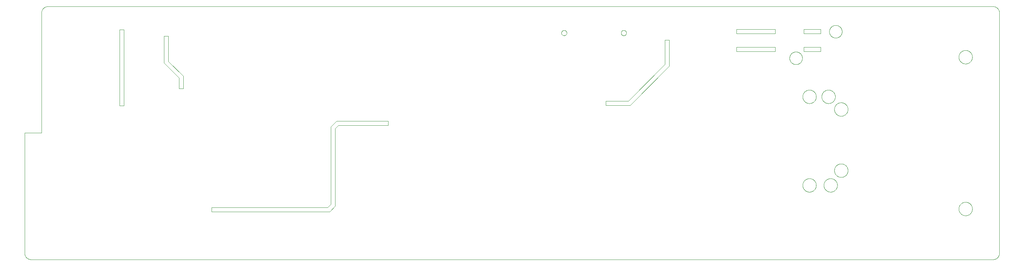
<source format=gko>
G75*
%MOIN*%
%OFA0B0*%
%FSLAX25Y25*%
%IPPOS*%
%LPD*%
%AMOC8*
5,1,8,0,0,1.08239X$1,22.5*
%
%ADD10C,0.00394*%
%ADD11C,0.00000*%
%ADD12C,0.00400*%
D10*
X0103975Y0058146D02*
X0999644Y0058146D01*
X0999644Y0058145D02*
X0999796Y0058147D01*
X0999948Y0058153D01*
X1000100Y0058163D01*
X1000251Y0058176D01*
X1000402Y0058194D01*
X1000553Y0058215D01*
X1000703Y0058241D01*
X1000852Y0058270D01*
X1001001Y0058303D01*
X1001148Y0058340D01*
X1001295Y0058380D01*
X1001440Y0058425D01*
X1001584Y0058473D01*
X1001727Y0058525D01*
X1001869Y0058580D01*
X1002009Y0058639D01*
X1002148Y0058702D01*
X1002285Y0058768D01*
X1002420Y0058838D01*
X1002553Y0058911D01*
X1002684Y0058988D01*
X1002814Y0059068D01*
X1002941Y0059151D01*
X1003066Y0059237D01*
X1003189Y0059327D01*
X1003309Y0059420D01*
X1003427Y0059516D01*
X1003543Y0059615D01*
X1003656Y0059717D01*
X1003766Y0059821D01*
X1003874Y0059929D01*
X1003978Y0060039D01*
X1004080Y0060152D01*
X1004179Y0060268D01*
X1004275Y0060386D01*
X1004368Y0060506D01*
X1004458Y0060629D01*
X1004544Y0060754D01*
X1004627Y0060881D01*
X1004707Y0061011D01*
X1004784Y0061142D01*
X1004857Y0061275D01*
X1004927Y0061410D01*
X1004993Y0061547D01*
X1005056Y0061686D01*
X1005115Y0061826D01*
X1005170Y0061968D01*
X1005222Y0062111D01*
X1005270Y0062255D01*
X1005315Y0062400D01*
X1005355Y0062547D01*
X1005392Y0062694D01*
X1005425Y0062843D01*
X1005454Y0062992D01*
X1005480Y0063142D01*
X1005501Y0063293D01*
X1005519Y0063444D01*
X1005532Y0063595D01*
X1005542Y0063747D01*
X1005548Y0063899D01*
X1005550Y0064051D01*
X1005550Y0288461D01*
X1005548Y0288613D01*
X1005542Y0288765D01*
X1005532Y0288917D01*
X1005519Y0289068D01*
X1005501Y0289219D01*
X1005480Y0289370D01*
X1005454Y0289520D01*
X1005425Y0289669D01*
X1005392Y0289818D01*
X1005355Y0289965D01*
X1005315Y0290112D01*
X1005270Y0290257D01*
X1005222Y0290401D01*
X1005170Y0290544D01*
X1005115Y0290686D01*
X1005056Y0290826D01*
X1004993Y0290965D01*
X1004927Y0291102D01*
X1004857Y0291237D01*
X1004784Y0291370D01*
X1004707Y0291501D01*
X1004627Y0291631D01*
X1004544Y0291758D01*
X1004458Y0291883D01*
X1004368Y0292006D01*
X1004275Y0292126D01*
X1004179Y0292244D01*
X1004080Y0292360D01*
X1003978Y0292473D01*
X1003874Y0292583D01*
X1003766Y0292691D01*
X1003656Y0292795D01*
X1003543Y0292897D01*
X1003427Y0292996D01*
X1003309Y0293092D01*
X1003189Y0293185D01*
X1003066Y0293275D01*
X1002941Y0293361D01*
X1002814Y0293444D01*
X1002684Y0293524D01*
X1002553Y0293601D01*
X1002420Y0293674D01*
X1002285Y0293744D01*
X1002148Y0293810D01*
X1002009Y0293873D01*
X1001869Y0293932D01*
X1001727Y0293987D01*
X1001584Y0294039D01*
X1001440Y0294087D01*
X1001295Y0294132D01*
X1001148Y0294172D01*
X1001001Y0294209D01*
X1000852Y0294242D01*
X1000703Y0294271D01*
X1000553Y0294297D01*
X1000402Y0294318D01*
X1000251Y0294336D01*
X1000100Y0294349D01*
X0999948Y0294359D01*
X0999796Y0294365D01*
X0999644Y0294367D01*
X0999644Y0294366D02*
X0698463Y0294366D01*
X0694526Y0294366D02*
X0119723Y0294366D01*
X0119723Y0294367D02*
X0119571Y0294365D01*
X0119419Y0294359D01*
X0119267Y0294349D01*
X0119116Y0294336D01*
X0118965Y0294318D01*
X0118814Y0294297D01*
X0118664Y0294271D01*
X0118515Y0294242D01*
X0118366Y0294209D01*
X0118219Y0294172D01*
X0118072Y0294132D01*
X0117927Y0294087D01*
X0117783Y0294039D01*
X0117640Y0293987D01*
X0117498Y0293932D01*
X0117358Y0293873D01*
X0117219Y0293810D01*
X0117082Y0293744D01*
X0116947Y0293674D01*
X0116814Y0293601D01*
X0116683Y0293524D01*
X0116553Y0293444D01*
X0116426Y0293361D01*
X0116301Y0293275D01*
X0116178Y0293185D01*
X0116058Y0293092D01*
X0115940Y0292996D01*
X0115824Y0292897D01*
X0115711Y0292795D01*
X0115601Y0292691D01*
X0115493Y0292583D01*
X0115389Y0292473D01*
X0115287Y0292360D01*
X0115188Y0292244D01*
X0115092Y0292126D01*
X0114999Y0292006D01*
X0114909Y0291883D01*
X0114823Y0291758D01*
X0114740Y0291631D01*
X0114660Y0291501D01*
X0114583Y0291370D01*
X0114510Y0291237D01*
X0114440Y0291102D01*
X0114374Y0290965D01*
X0114311Y0290826D01*
X0114252Y0290686D01*
X0114197Y0290544D01*
X0114145Y0290401D01*
X0114097Y0290257D01*
X0114052Y0290112D01*
X0114012Y0289965D01*
X0113975Y0289818D01*
X0113942Y0289669D01*
X0113913Y0289520D01*
X0113887Y0289370D01*
X0113866Y0289219D01*
X0113848Y0289068D01*
X0113835Y0288917D01*
X0113825Y0288765D01*
X0113819Y0288613D01*
X0113817Y0288461D01*
X0113818Y0288461D02*
X0113818Y0176256D01*
X0098070Y0176256D01*
X0098070Y0064051D01*
X0098069Y0064051D02*
X0098071Y0063899D01*
X0098077Y0063747D01*
X0098087Y0063595D01*
X0098100Y0063444D01*
X0098118Y0063293D01*
X0098139Y0063142D01*
X0098165Y0062992D01*
X0098194Y0062843D01*
X0098227Y0062694D01*
X0098264Y0062547D01*
X0098304Y0062400D01*
X0098349Y0062255D01*
X0098397Y0062111D01*
X0098449Y0061968D01*
X0098504Y0061826D01*
X0098563Y0061686D01*
X0098626Y0061547D01*
X0098692Y0061410D01*
X0098762Y0061275D01*
X0098835Y0061142D01*
X0098912Y0061011D01*
X0098992Y0060881D01*
X0099075Y0060754D01*
X0099161Y0060629D01*
X0099251Y0060506D01*
X0099344Y0060386D01*
X0099440Y0060268D01*
X0099539Y0060152D01*
X0099641Y0060039D01*
X0099745Y0059929D01*
X0099853Y0059821D01*
X0099963Y0059717D01*
X0100076Y0059615D01*
X0100192Y0059516D01*
X0100310Y0059420D01*
X0100430Y0059327D01*
X0100553Y0059237D01*
X0100678Y0059151D01*
X0100805Y0059068D01*
X0100935Y0058988D01*
X0101066Y0058911D01*
X0101199Y0058838D01*
X0101334Y0058768D01*
X0101471Y0058702D01*
X0101610Y0058639D01*
X0101750Y0058580D01*
X0101892Y0058525D01*
X0102035Y0058473D01*
X0102179Y0058425D01*
X0102324Y0058380D01*
X0102471Y0058340D01*
X0102618Y0058303D01*
X0102767Y0058270D01*
X0102916Y0058241D01*
X0103066Y0058215D01*
X0103217Y0058194D01*
X0103368Y0058176D01*
X0103519Y0058163D01*
X0103671Y0058153D01*
X0103823Y0058147D01*
X0103975Y0058145D01*
X0186652Y0201846D02*
X0190589Y0201846D01*
X0190589Y0272713D01*
X0186652Y0272713D01*
X0186652Y0201846D01*
X0760709Y0252409D02*
X0760709Y0256346D01*
X0796930Y0256346D01*
X0796930Y0252409D01*
X0760709Y0252409D01*
X0760709Y0268945D02*
X0760709Y0272882D01*
X0796930Y0272882D01*
X0796930Y0268945D01*
X0760709Y0268945D01*
X0823446Y0268945D02*
X0823446Y0272882D01*
X0839194Y0272882D01*
X0839194Y0268945D01*
X0823446Y0268945D01*
X0823446Y0256346D02*
X0823446Y0252409D01*
X0839194Y0252409D01*
X0839194Y0256346D01*
X0823446Y0256346D01*
D11*
X0810256Y0246110D02*
X0810258Y0246263D01*
X0810264Y0246417D01*
X0810274Y0246570D01*
X0810288Y0246722D01*
X0810306Y0246875D01*
X0810328Y0247026D01*
X0810353Y0247177D01*
X0810383Y0247328D01*
X0810417Y0247478D01*
X0810454Y0247626D01*
X0810495Y0247774D01*
X0810540Y0247920D01*
X0810589Y0248066D01*
X0810642Y0248210D01*
X0810698Y0248352D01*
X0810758Y0248493D01*
X0810822Y0248633D01*
X0810889Y0248771D01*
X0810960Y0248907D01*
X0811035Y0249041D01*
X0811112Y0249173D01*
X0811194Y0249303D01*
X0811278Y0249431D01*
X0811366Y0249557D01*
X0811457Y0249680D01*
X0811551Y0249801D01*
X0811649Y0249919D01*
X0811749Y0250035D01*
X0811853Y0250148D01*
X0811959Y0250259D01*
X0812068Y0250367D01*
X0812180Y0250472D01*
X0812294Y0250573D01*
X0812412Y0250672D01*
X0812531Y0250768D01*
X0812653Y0250861D01*
X0812778Y0250950D01*
X0812905Y0251037D01*
X0813034Y0251119D01*
X0813165Y0251199D01*
X0813298Y0251275D01*
X0813433Y0251348D01*
X0813570Y0251417D01*
X0813709Y0251482D01*
X0813849Y0251544D01*
X0813991Y0251602D01*
X0814134Y0251657D01*
X0814279Y0251708D01*
X0814425Y0251755D01*
X0814572Y0251798D01*
X0814720Y0251837D01*
X0814869Y0251873D01*
X0815019Y0251904D01*
X0815170Y0251932D01*
X0815321Y0251956D01*
X0815474Y0251976D01*
X0815626Y0251992D01*
X0815779Y0252004D01*
X0815932Y0252012D01*
X0816085Y0252016D01*
X0816239Y0252016D01*
X0816392Y0252012D01*
X0816545Y0252004D01*
X0816698Y0251992D01*
X0816850Y0251976D01*
X0817003Y0251956D01*
X0817154Y0251932D01*
X0817305Y0251904D01*
X0817455Y0251873D01*
X0817604Y0251837D01*
X0817752Y0251798D01*
X0817899Y0251755D01*
X0818045Y0251708D01*
X0818190Y0251657D01*
X0818333Y0251602D01*
X0818475Y0251544D01*
X0818615Y0251482D01*
X0818754Y0251417D01*
X0818891Y0251348D01*
X0819026Y0251275D01*
X0819159Y0251199D01*
X0819290Y0251119D01*
X0819419Y0251037D01*
X0819546Y0250950D01*
X0819671Y0250861D01*
X0819793Y0250768D01*
X0819912Y0250672D01*
X0820030Y0250573D01*
X0820144Y0250472D01*
X0820256Y0250367D01*
X0820365Y0250259D01*
X0820471Y0250148D01*
X0820575Y0250035D01*
X0820675Y0249919D01*
X0820773Y0249801D01*
X0820867Y0249680D01*
X0820958Y0249557D01*
X0821046Y0249431D01*
X0821130Y0249303D01*
X0821212Y0249173D01*
X0821289Y0249041D01*
X0821364Y0248907D01*
X0821435Y0248771D01*
X0821502Y0248633D01*
X0821566Y0248493D01*
X0821626Y0248352D01*
X0821682Y0248210D01*
X0821735Y0248066D01*
X0821784Y0247920D01*
X0821829Y0247774D01*
X0821870Y0247626D01*
X0821907Y0247478D01*
X0821941Y0247328D01*
X0821971Y0247177D01*
X0821996Y0247026D01*
X0822018Y0246875D01*
X0822036Y0246722D01*
X0822050Y0246570D01*
X0822060Y0246417D01*
X0822066Y0246263D01*
X0822068Y0246110D01*
X0822066Y0245957D01*
X0822060Y0245803D01*
X0822050Y0245650D01*
X0822036Y0245498D01*
X0822018Y0245345D01*
X0821996Y0245194D01*
X0821971Y0245043D01*
X0821941Y0244892D01*
X0821907Y0244742D01*
X0821870Y0244594D01*
X0821829Y0244446D01*
X0821784Y0244300D01*
X0821735Y0244154D01*
X0821682Y0244010D01*
X0821626Y0243868D01*
X0821566Y0243727D01*
X0821502Y0243587D01*
X0821435Y0243449D01*
X0821364Y0243313D01*
X0821289Y0243179D01*
X0821212Y0243047D01*
X0821130Y0242917D01*
X0821046Y0242789D01*
X0820958Y0242663D01*
X0820867Y0242540D01*
X0820773Y0242419D01*
X0820675Y0242301D01*
X0820575Y0242185D01*
X0820471Y0242072D01*
X0820365Y0241961D01*
X0820256Y0241853D01*
X0820144Y0241748D01*
X0820030Y0241647D01*
X0819912Y0241548D01*
X0819793Y0241452D01*
X0819671Y0241359D01*
X0819546Y0241270D01*
X0819419Y0241183D01*
X0819290Y0241101D01*
X0819159Y0241021D01*
X0819026Y0240945D01*
X0818891Y0240872D01*
X0818754Y0240803D01*
X0818615Y0240738D01*
X0818475Y0240676D01*
X0818333Y0240618D01*
X0818190Y0240563D01*
X0818045Y0240512D01*
X0817899Y0240465D01*
X0817752Y0240422D01*
X0817604Y0240383D01*
X0817455Y0240347D01*
X0817305Y0240316D01*
X0817154Y0240288D01*
X0817003Y0240264D01*
X0816850Y0240244D01*
X0816698Y0240228D01*
X0816545Y0240216D01*
X0816392Y0240208D01*
X0816239Y0240204D01*
X0816085Y0240204D01*
X0815932Y0240208D01*
X0815779Y0240216D01*
X0815626Y0240228D01*
X0815474Y0240244D01*
X0815321Y0240264D01*
X0815170Y0240288D01*
X0815019Y0240316D01*
X0814869Y0240347D01*
X0814720Y0240383D01*
X0814572Y0240422D01*
X0814425Y0240465D01*
X0814279Y0240512D01*
X0814134Y0240563D01*
X0813991Y0240618D01*
X0813849Y0240676D01*
X0813709Y0240738D01*
X0813570Y0240803D01*
X0813433Y0240872D01*
X0813298Y0240945D01*
X0813165Y0241021D01*
X0813034Y0241101D01*
X0812905Y0241183D01*
X0812778Y0241270D01*
X0812653Y0241359D01*
X0812531Y0241452D01*
X0812412Y0241548D01*
X0812294Y0241647D01*
X0812180Y0241748D01*
X0812068Y0241853D01*
X0811959Y0241961D01*
X0811853Y0242072D01*
X0811749Y0242185D01*
X0811649Y0242301D01*
X0811551Y0242419D01*
X0811457Y0242540D01*
X0811366Y0242663D01*
X0811278Y0242789D01*
X0811194Y0242917D01*
X0811112Y0243047D01*
X0811035Y0243179D01*
X0810960Y0243313D01*
X0810889Y0243449D01*
X0810822Y0243587D01*
X0810758Y0243727D01*
X0810698Y0243868D01*
X0810642Y0244010D01*
X0810589Y0244154D01*
X0810540Y0244300D01*
X0810495Y0244446D01*
X0810454Y0244594D01*
X0810417Y0244742D01*
X0810383Y0244892D01*
X0810353Y0245043D01*
X0810328Y0245194D01*
X0810306Y0245345D01*
X0810288Y0245498D01*
X0810274Y0245650D01*
X0810264Y0245803D01*
X0810258Y0245957D01*
X0810256Y0246110D01*
X0847264Y0270913D02*
X0847266Y0271066D01*
X0847272Y0271220D01*
X0847282Y0271373D01*
X0847296Y0271525D01*
X0847314Y0271678D01*
X0847336Y0271829D01*
X0847361Y0271980D01*
X0847391Y0272131D01*
X0847425Y0272281D01*
X0847462Y0272429D01*
X0847503Y0272577D01*
X0847548Y0272723D01*
X0847597Y0272869D01*
X0847650Y0273013D01*
X0847706Y0273155D01*
X0847766Y0273296D01*
X0847830Y0273436D01*
X0847897Y0273574D01*
X0847968Y0273710D01*
X0848043Y0273844D01*
X0848120Y0273976D01*
X0848202Y0274106D01*
X0848286Y0274234D01*
X0848374Y0274360D01*
X0848465Y0274483D01*
X0848559Y0274604D01*
X0848657Y0274722D01*
X0848757Y0274838D01*
X0848861Y0274951D01*
X0848967Y0275062D01*
X0849076Y0275170D01*
X0849188Y0275275D01*
X0849302Y0275376D01*
X0849420Y0275475D01*
X0849539Y0275571D01*
X0849661Y0275664D01*
X0849786Y0275753D01*
X0849913Y0275840D01*
X0850042Y0275922D01*
X0850173Y0276002D01*
X0850306Y0276078D01*
X0850441Y0276151D01*
X0850578Y0276220D01*
X0850717Y0276285D01*
X0850857Y0276347D01*
X0850999Y0276405D01*
X0851142Y0276460D01*
X0851287Y0276511D01*
X0851433Y0276558D01*
X0851580Y0276601D01*
X0851728Y0276640D01*
X0851877Y0276676D01*
X0852027Y0276707D01*
X0852178Y0276735D01*
X0852329Y0276759D01*
X0852482Y0276779D01*
X0852634Y0276795D01*
X0852787Y0276807D01*
X0852940Y0276815D01*
X0853093Y0276819D01*
X0853247Y0276819D01*
X0853400Y0276815D01*
X0853553Y0276807D01*
X0853706Y0276795D01*
X0853858Y0276779D01*
X0854011Y0276759D01*
X0854162Y0276735D01*
X0854313Y0276707D01*
X0854463Y0276676D01*
X0854612Y0276640D01*
X0854760Y0276601D01*
X0854907Y0276558D01*
X0855053Y0276511D01*
X0855198Y0276460D01*
X0855341Y0276405D01*
X0855483Y0276347D01*
X0855623Y0276285D01*
X0855762Y0276220D01*
X0855899Y0276151D01*
X0856034Y0276078D01*
X0856167Y0276002D01*
X0856298Y0275922D01*
X0856427Y0275840D01*
X0856554Y0275753D01*
X0856679Y0275664D01*
X0856801Y0275571D01*
X0856920Y0275475D01*
X0857038Y0275376D01*
X0857152Y0275275D01*
X0857264Y0275170D01*
X0857373Y0275062D01*
X0857479Y0274951D01*
X0857583Y0274838D01*
X0857683Y0274722D01*
X0857781Y0274604D01*
X0857875Y0274483D01*
X0857966Y0274360D01*
X0858054Y0274234D01*
X0858138Y0274106D01*
X0858220Y0273976D01*
X0858297Y0273844D01*
X0858372Y0273710D01*
X0858443Y0273574D01*
X0858510Y0273436D01*
X0858574Y0273296D01*
X0858634Y0273155D01*
X0858690Y0273013D01*
X0858743Y0272869D01*
X0858792Y0272723D01*
X0858837Y0272577D01*
X0858878Y0272429D01*
X0858915Y0272281D01*
X0858949Y0272131D01*
X0858979Y0271980D01*
X0859004Y0271829D01*
X0859026Y0271678D01*
X0859044Y0271525D01*
X0859058Y0271373D01*
X0859068Y0271220D01*
X0859074Y0271066D01*
X0859076Y0270913D01*
X0859074Y0270760D01*
X0859068Y0270606D01*
X0859058Y0270453D01*
X0859044Y0270301D01*
X0859026Y0270148D01*
X0859004Y0269997D01*
X0858979Y0269846D01*
X0858949Y0269695D01*
X0858915Y0269545D01*
X0858878Y0269397D01*
X0858837Y0269249D01*
X0858792Y0269103D01*
X0858743Y0268957D01*
X0858690Y0268813D01*
X0858634Y0268671D01*
X0858574Y0268530D01*
X0858510Y0268390D01*
X0858443Y0268252D01*
X0858372Y0268116D01*
X0858297Y0267982D01*
X0858220Y0267850D01*
X0858138Y0267720D01*
X0858054Y0267592D01*
X0857966Y0267466D01*
X0857875Y0267343D01*
X0857781Y0267222D01*
X0857683Y0267104D01*
X0857583Y0266988D01*
X0857479Y0266875D01*
X0857373Y0266764D01*
X0857264Y0266656D01*
X0857152Y0266551D01*
X0857038Y0266450D01*
X0856920Y0266351D01*
X0856801Y0266255D01*
X0856679Y0266162D01*
X0856554Y0266073D01*
X0856427Y0265986D01*
X0856298Y0265904D01*
X0856167Y0265824D01*
X0856034Y0265748D01*
X0855899Y0265675D01*
X0855762Y0265606D01*
X0855623Y0265541D01*
X0855483Y0265479D01*
X0855341Y0265421D01*
X0855198Y0265366D01*
X0855053Y0265315D01*
X0854907Y0265268D01*
X0854760Y0265225D01*
X0854612Y0265186D01*
X0854463Y0265150D01*
X0854313Y0265119D01*
X0854162Y0265091D01*
X0854011Y0265067D01*
X0853858Y0265047D01*
X0853706Y0265031D01*
X0853553Y0265019D01*
X0853400Y0265011D01*
X0853247Y0265007D01*
X0853093Y0265007D01*
X0852940Y0265011D01*
X0852787Y0265019D01*
X0852634Y0265031D01*
X0852482Y0265047D01*
X0852329Y0265067D01*
X0852178Y0265091D01*
X0852027Y0265119D01*
X0851877Y0265150D01*
X0851728Y0265186D01*
X0851580Y0265225D01*
X0851433Y0265268D01*
X0851287Y0265315D01*
X0851142Y0265366D01*
X0850999Y0265421D01*
X0850857Y0265479D01*
X0850717Y0265541D01*
X0850578Y0265606D01*
X0850441Y0265675D01*
X0850306Y0265748D01*
X0850173Y0265824D01*
X0850042Y0265904D01*
X0849913Y0265986D01*
X0849786Y0266073D01*
X0849661Y0266162D01*
X0849539Y0266255D01*
X0849420Y0266351D01*
X0849302Y0266450D01*
X0849188Y0266551D01*
X0849076Y0266656D01*
X0848967Y0266764D01*
X0848861Y0266875D01*
X0848757Y0266988D01*
X0848657Y0267104D01*
X0848559Y0267222D01*
X0848465Y0267343D01*
X0848374Y0267466D01*
X0848286Y0267592D01*
X0848202Y0267720D01*
X0848120Y0267850D01*
X0848043Y0267982D01*
X0847968Y0268116D01*
X0847897Y0268252D01*
X0847830Y0268390D01*
X0847766Y0268530D01*
X0847706Y0268671D01*
X0847650Y0268813D01*
X0847597Y0268957D01*
X0847548Y0269103D01*
X0847503Y0269249D01*
X0847462Y0269397D01*
X0847425Y0269545D01*
X0847391Y0269695D01*
X0847361Y0269846D01*
X0847336Y0269997D01*
X0847314Y0270148D01*
X0847296Y0270301D01*
X0847282Y0270453D01*
X0847272Y0270606D01*
X0847266Y0270760D01*
X0847264Y0270913D01*
X0967755Y0247122D02*
X0967757Y0247280D01*
X0967763Y0247438D01*
X0967773Y0247596D01*
X0967787Y0247754D01*
X0967805Y0247911D01*
X0967826Y0248068D01*
X0967852Y0248224D01*
X0967882Y0248380D01*
X0967915Y0248535D01*
X0967953Y0248688D01*
X0967994Y0248841D01*
X0968039Y0248993D01*
X0968088Y0249144D01*
X0968141Y0249293D01*
X0968197Y0249441D01*
X0968257Y0249587D01*
X0968321Y0249732D01*
X0968389Y0249875D01*
X0968460Y0250017D01*
X0968534Y0250157D01*
X0968612Y0250294D01*
X0968694Y0250430D01*
X0968778Y0250564D01*
X0968867Y0250695D01*
X0968958Y0250824D01*
X0969053Y0250951D01*
X0969150Y0251076D01*
X0969251Y0251198D01*
X0969355Y0251317D01*
X0969462Y0251434D01*
X0969572Y0251548D01*
X0969685Y0251659D01*
X0969800Y0251768D01*
X0969918Y0251873D01*
X0970039Y0251975D01*
X0970162Y0252075D01*
X0970288Y0252171D01*
X0970416Y0252264D01*
X0970546Y0252354D01*
X0970679Y0252440D01*
X0970814Y0252524D01*
X0970950Y0252603D01*
X0971089Y0252680D01*
X0971230Y0252752D01*
X0971372Y0252822D01*
X0971516Y0252887D01*
X0971662Y0252949D01*
X0971809Y0253007D01*
X0971958Y0253062D01*
X0972108Y0253113D01*
X0972259Y0253160D01*
X0972411Y0253203D01*
X0972564Y0253242D01*
X0972719Y0253278D01*
X0972874Y0253309D01*
X0973030Y0253337D01*
X0973186Y0253361D01*
X0973343Y0253381D01*
X0973501Y0253397D01*
X0973658Y0253409D01*
X0973817Y0253417D01*
X0973975Y0253421D01*
X0974133Y0253421D01*
X0974291Y0253417D01*
X0974450Y0253409D01*
X0974607Y0253397D01*
X0974765Y0253381D01*
X0974922Y0253361D01*
X0975078Y0253337D01*
X0975234Y0253309D01*
X0975389Y0253278D01*
X0975544Y0253242D01*
X0975697Y0253203D01*
X0975849Y0253160D01*
X0976000Y0253113D01*
X0976150Y0253062D01*
X0976299Y0253007D01*
X0976446Y0252949D01*
X0976592Y0252887D01*
X0976736Y0252822D01*
X0976878Y0252752D01*
X0977019Y0252680D01*
X0977158Y0252603D01*
X0977294Y0252524D01*
X0977429Y0252440D01*
X0977562Y0252354D01*
X0977692Y0252264D01*
X0977820Y0252171D01*
X0977946Y0252075D01*
X0978069Y0251975D01*
X0978190Y0251873D01*
X0978308Y0251768D01*
X0978423Y0251659D01*
X0978536Y0251548D01*
X0978646Y0251434D01*
X0978753Y0251317D01*
X0978857Y0251198D01*
X0978958Y0251076D01*
X0979055Y0250951D01*
X0979150Y0250824D01*
X0979241Y0250695D01*
X0979330Y0250564D01*
X0979414Y0250430D01*
X0979496Y0250294D01*
X0979574Y0250157D01*
X0979648Y0250017D01*
X0979719Y0249875D01*
X0979787Y0249732D01*
X0979851Y0249587D01*
X0979911Y0249441D01*
X0979967Y0249293D01*
X0980020Y0249144D01*
X0980069Y0248993D01*
X0980114Y0248841D01*
X0980155Y0248688D01*
X0980193Y0248535D01*
X0980226Y0248380D01*
X0980256Y0248224D01*
X0980282Y0248068D01*
X0980303Y0247911D01*
X0980321Y0247754D01*
X0980335Y0247596D01*
X0980345Y0247438D01*
X0980351Y0247280D01*
X0980353Y0247122D01*
X0980351Y0246964D01*
X0980345Y0246806D01*
X0980335Y0246648D01*
X0980321Y0246490D01*
X0980303Y0246333D01*
X0980282Y0246176D01*
X0980256Y0246020D01*
X0980226Y0245864D01*
X0980193Y0245709D01*
X0980155Y0245556D01*
X0980114Y0245403D01*
X0980069Y0245251D01*
X0980020Y0245100D01*
X0979967Y0244951D01*
X0979911Y0244803D01*
X0979851Y0244657D01*
X0979787Y0244512D01*
X0979719Y0244369D01*
X0979648Y0244227D01*
X0979574Y0244087D01*
X0979496Y0243950D01*
X0979414Y0243814D01*
X0979330Y0243680D01*
X0979241Y0243549D01*
X0979150Y0243420D01*
X0979055Y0243293D01*
X0978958Y0243168D01*
X0978857Y0243046D01*
X0978753Y0242927D01*
X0978646Y0242810D01*
X0978536Y0242696D01*
X0978423Y0242585D01*
X0978308Y0242476D01*
X0978190Y0242371D01*
X0978069Y0242269D01*
X0977946Y0242169D01*
X0977820Y0242073D01*
X0977692Y0241980D01*
X0977562Y0241890D01*
X0977429Y0241804D01*
X0977294Y0241720D01*
X0977158Y0241641D01*
X0977019Y0241564D01*
X0976878Y0241492D01*
X0976736Y0241422D01*
X0976592Y0241357D01*
X0976446Y0241295D01*
X0976299Y0241237D01*
X0976150Y0241182D01*
X0976000Y0241131D01*
X0975849Y0241084D01*
X0975697Y0241041D01*
X0975544Y0241002D01*
X0975389Y0240966D01*
X0975234Y0240935D01*
X0975078Y0240907D01*
X0974922Y0240883D01*
X0974765Y0240863D01*
X0974607Y0240847D01*
X0974450Y0240835D01*
X0974291Y0240827D01*
X0974133Y0240823D01*
X0973975Y0240823D01*
X0973817Y0240827D01*
X0973658Y0240835D01*
X0973501Y0240847D01*
X0973343Y0240863D01*
X0973186Y0240883D01*
X0973030Y0240907D01*
X0972874Y0240935D01*
X0972719Y0240966D01*
X0972564Y0241002D01*
X0972411Y0241041D01*
X0972259Y0241084D01*
X0972108Y0241131D01*
X0971958Y0241182D01*
X0971809Y0241237D01*
X0971662Y0241295D01*
X0971516Y0241357D01*
X0971372Y0241422D01*
X0971230Y0241492D01*
X0971089Y0241564D01*
X0970950Y0241641D01*
X0970814Y0241720D01*
X0970679Y0241804D01*
X0970546Y0241890D01*
X0970416Y0241980D01*
X0970288Y0242073D01*
X0970162Y0242169D01*
X0970039Y0242269D01*
X0969918Y0242371D01*
X0969800Y0242476D01*
X0969685Y0242585D01*
X0969572Y0242696D01*
X0969462Y0242810D01*
X0969355Y0242927D01*
X0969251Y0243046D01*
X0969150Y0243168D01*
X0969053Y0243293D01*
X0968958Y0243420D01*
X0968867Y0243549D01*
X0968778Y0243680D01*
X0968694Y0243814D01*
X0968612Y0243950D01*
X0968534Y0244087D01*
X0968460Y0244227D01*
X0968389Y0244369D01*
X0968321Y0244512D01*
X0968257Y0244657D01*
X0968197Y0244803D01*
X0968141Y0244951D01*
X0968088Y0245100D01*
X0968039Y0245251D01*
X0967994Y0245403D01*
X0967953Y0245556D01*
X0967915Y0245709D01*
X0967882Y0245864D01*
X0967852Y0246020D01*
X0967826Y0246176D01*
X0967805Y0246333D01*
X0967787Y0246490D01*
X0967773Y0246648D01*
X0967763Y0246806D01*
X0967757Y0246964D01*
X0967755Y0247122D01*
X0840125Y0210126D02*
X0840127Y0210284D01*
X0840133Y0210442D01*
X0840143Y0210600D01*
X0840157Y0210758D01*
X0840175Y0210915D01*
X0840196Y0211072D01*
X0840222Y0211228D01*
X0840252Y0211384D01*
X0840285Y0211539D01*
X0840323Y0211692D01*
X0840364Y0211845D01*
X0840409Y0211997D01*
X0840458Y0212148D01*
X0840511Y0212297D01*
X0840567Y0212445D01*
X0840627Y0212591D01*
X0840691Y0212736D01*
X0840759Y0212879D01*
X0840830Y0213021D01*
X0840904Y0213161D01*
X0840982Y0213298D01*
X0841064Y0213434D01*
X0841148Y0213568D01*
X0841237Y0213699D01*
X0841328Y0213828D01*
X0841423Y0213955D01*
X0841520Y0214080D01*
X0841621Y0214202D01*
X0841725Y0214321D01*
X0841832Y0214438D01*
X0841942Y0214552D01*
X0842055Y0214663D01*
X0842170Y0214772D01*
X0842288Y0214877D01*
X0842409Y0214979D01*
X0842532Y0215079D01*
X0842658Y0215175D01*
X0842786Y0215268D01*
X0842916Y0215358D01*
X0843049Y0215444D01*
X0843184Y0215528D01*
X0843320Y0215607D01*
X0843459Y0215684D01*
X0843600Y0215756D01*
X0843742Y0215826D01*
X0843886Y0215891D01*
X0844032Y0215953D01*
X0844179Y0216011D01*
X0844328Y0216066D01*
X0844478Y0216117D01*
X0844629Y0216164D01*
X0844781Y0216207D01*
X0844934Y0216246D01*
X0845089Y0216282D01*
X0845244Y0216313D01*
X0845400Y0216341D01*
X0845556Y0216365D01*
X0845713Y0216385D01*
X0845871Y0216401D01*
X0846028Y0216413D01*
X0846187Y0216421D01*
X0846345Y0216425D01*
X0846503Y0216425D01*
X0846661Y0216421D01*
X0846820Y0216413D01*
X0846977Y0216401D01*
X0847135Y0216385D01*
X0847292Y0216365D01*
X0847448Y0216341D01*
X0847604Y0216313D01*
X0847759Y0216282D01*
X0847914Y0216246D01*
X0848067Y0216207D01*
X0848219Y0216164D01*
X0848370Y0216117D01*
X0848520Y0216066D01*
X0848669Y0216011D01*
X0848816Y0215953D01*
X0848962Y0215891D01*
X0849106Y0215826D01*
X0849248Y0215756D01*
X0849389Y0215684D01*
X0849528Y0215607D01*
X0849664Y0215528D01*
X0849799Y0215444D01*
X0849932Y0215358D01*
X0850062Y0215268D01*
X0850190Y0215175D01*
X0850316Y0215079D01*
X0850439Y0214979D01*
X0850560Y0214877D01*
X0850678Y0214772D01*
X0850793Y0214663D01*
X0850906Y0214552D01*
X0851016Y0214438D01*
X0851123Y0214321D01*
X0851227Y0214202D01*
X0851328Y0214080D01*
X0851425Y0213955D01*
X0851520Y0213828D01*
X0851611Y0213699D01*
X0851700Y0213568D01*
X0851784Y0213434D01*
X0851866Y0213298D01*
X0851944Y0213161D01*
X0852018Y0213021D01*
X0852089Y0212879D01*
X0852157Y0212736D01*
X0852221Y0212591D01*
X0852281Y0212445D01*
X0852337Y0212297D01*
X0852390Y0212148D01*
X0852439Y0211997D01*
X0852484Y0211845D01*
X0852525Y0211692D01*
X0852563Y0211539D01*
X0852596Y0211384D01*
X0852626Y0211228D01*
X0852652Y0211072D01*
X0852673Y0210915D01*
X0852691Y0210758D01*
X0852705Y0210600D01*
X0852715Y0210442D01*
X0852721Y0210284D01*
X0852723Y0210126D01*
X0852721Y0209968D01*
X0852715Y0209810D01*
X0852705Y0209652D01*
X0852691Y0209494D01*
X0852673Y0209337D01*
X0852652Y0209180D01*
X0852626Y0209024D01*
X0852596Y0208868D01*
X0852563Y0208713D01*
X0852525Y0208560D01*
X0852484Y0208407D01*
X0852439Y0208255D01*
X0852390Y0208104D01*
X0852337Y0207955D01*
X0852281Y0207807D01*
X0852221Y0207661D01*
X0852157Y0207516D01*
X0852089Y0207373D01*
X0852018Y0207231D01*
X0851944Y0207091D01*
X0851866Y0206954D01*
X0851784Y0206818D01*
X0851700Y0206684D01*
X0851611Y0206553D01*
X0851520Y0206424D01*
X0851425Y0206297D01*
X0851328Y0206172D01*
X0851227Y0206050D01*
X0851123Y0205931D01*
X0851016Y0205814D01*
X0850906Y0205700D01*
X0850793Y0205589D01*
X0850678Y0205480D01*
X0850560Y0205375D01*
X0850439Y0205273D01*
X0850316Y0205173D01*
X0850190Y0205077D01*
X0850062Y0204984D01*
X0849932Y0204894D01*
X0849799Y0204808D01*
X0849664Y0204724D01*
X0849528Y0204645D01*
X0849389Y0204568D01*
X0849248Y0204496D01*
X0849106Y0204426D01*
X0848962Y0204361D01*
X0848816Y0204299D01*
X0848669Y0204241D01*
X0848520Y0204186D01*
X0848370Y0204135D01*
X0848219Y0204088D01*
X0848067Y0204045D01*
X0847914Y0204006D01*
X0847759Y0203970D01*
X0847604Y0203939D01*
X0847448Y0203911D01*
X0847292Y0203887D01*
X0847135Y0203867D01*
X0846977Y0203851D01*
X0846820Y0203839D01*
X0846661Y0203831D01*
X0846503Y0203827D01*
X0846345Y0203827D01*
X0846187Y0203831D01*
X0846028Y0203839D01*
X0845871Y0203851D01*
X0845713Y0203867D01*
X0845556Y0203887D01*
X0845400Y0203911D01*
X0845244Y0203939D01*
X0845089Y0203970D01*
X0844934Y0204006D01*
X0844781Y0204045D01*
X0844629Y0204088D01*
X0844478Y0204135D01*
X0844328Y0204186D01*
X0844179Y0204241D01*
X0844032Y0204299D01*
X0843886Y0204361D01*
X0843742Y0204426D01*
X0843600Y0204496D01*
X0843459Y0204568D01*
X0843320Y0204645D01*
X0843184Y0204724D01*
X0843049Y0204808D01*
X0842916Y0204894D01*
X0842786Y0204984D01*
X0842658Y0205077D01*
X0842532Y0205173D01*
X0842409Y0205273D01*
X0842288Y0205375D01*
X0842170Y0205480D01*
X0842055Y0205589D01*
X0841942Y0205700D01*
X0841832Y0205814D01*
X0841725Y0205931D01*
X0841621Y0206050D01*
X0841520Y0206172D01*
X0841423Y0206297D01*
X0841328Y0206424D01*
X0841237Y0206553D01*
X0841148Y0206684D01*
X0841064Y0206818D01*
X0840982Y0206954D01*
X0840904Y0207091D01*
X0840830Y0207231D01*
X0840759Y0207373D01*
X0840691Y0207516D01*
X0840627Y0207661D01*
X0840567Y0207807D01*
X0840511Y0207955D01*
X0840458Y0208104D01*
X0840409Y0208255D01*
X0840364Y0208407D01*
X0840323Y0208560D01*
X0840285Y0208713D01*
X0840252Y0208868D01*
X0840222Y0209024D01*
X0840196Y0209180D01*
X0840175Y0209337D01*
X0840157Y0209494D01*
X0840143Y0209652D01*
X0840133Y0209810D01*
X0840127Y0209968D01*
X0840125Y0210126D01*
X0822408Y0210126D02*
X0822410Y0210284D01*
X0822416Y0210442D01*
X0822426Y0210600D01*
X0822440Y0210758D01*
X0822458Y0210915D01*
X0822479Y0211072D01*
X0822505Y0211228D01*
X0822535Y0211384D01*
X0822568Y0211539D01*
X0822606Y0211692D01*
X0822647Y0211845D01*
X0822692Y0211997D01*
X0822741Y0212148D01*
X0822794Y0212297D01*
X0822850Y0212445D01*
X0822910Y0212591D01*
X0822974Y0212736D01*
X0823042Y0212879D01*
X0823113Y0213021D01*
X0823187Y0213161D01*
X0823265Y0213298D01*
X0823347Y0213434D01*
X0823431Y0213568D01*
X0823520Y0213699D01*
X0823611Y0213828D01*
X0823706Y0213955D01*
X0823803Y0214080D01*
X0823904Y0214202D01*
X0824008Y0214321D01*
X0824115Y0214438D01*
X0824225Y0214552D01*
X0824338Y0214663D01*
X0824453Y0214772D01*
X0824571Y0214877D01*
X0824692Y0214979D01*
X0824815Y0215079D01*
X0824941Y0215175D01*
X0825069Y0215268D01*
X0825199Y0215358D01*
X0825332Y0215444D01*
X0825467Y0215528D01*
X0825603Y0215607D01*
X0825742Y0215684D01*
X0825883Y0215756D01*
X0826025Y0215826D01*
X0826169Y0215891D01*
X0826315Y0215953D01*
X0826462Y0216011D01*
X0826611Y0216066D01*
X0826761Y0216117D01*
X0826912Y0216164D01*
X0827064Y0216207D01*
X0827217Y0216246D01*
X0827372Y0216282D01*
X0827527Y0216313D01*
X0827683Y0216341D01*
X0827839Y0216365D01*
X0827996Y0216385D01*
X0828154Y0216401D01*
X0828311Y0216413D01*
X0828470Y0216421D01*
X0828628Y0216425D01*
X0828786Y0216425D01*
X0828944Y0216421D01*
X0829103Y0216413D01*
X0829260Y0216401D01*
X0829418Y0216385D01*
X0829575Y0216365D01*
X0829731Y0216341D01*
X0829887Y0216313D01*
X0830042Y0216282D01*
X0830197Y0216246D01*
X0830350Y0216207D01*
X0830502Y0216164D01*
X0830653Y0216117D01*
X0830803Y0216066D01*
X0830952Y0216011D01*
X0831099Y0215953D01*
X0831245Y0215891D01*
X0831389Y0215826D01*
X0831531Y0215756D01*
X0831672Y0215684D01*
X0831811Y0215607D01*
X0831947Y0215528D01*
X0832082Y0215444D01*
X0832215Y0215358D01*
X0832345Y0215268D01*
X0832473Y0215175D01*
X0832599Y0215079D01*
X0832722Y0214979D01*
X0832843Y0214877D01*
X0832961Y0214772D01*
X0833076Y0214663D01*
X0833189Y0214552D01*
X0833299Y0214438D01*
X0833406Y0214321D01*
X0833510Y0214202D01*
X0833611Y0214080D01*
X0833708Y0213955D01*
X0833803Y0213828D01*
X0833894Y0213699D01*
X0833983Y0213568D01*
X0834067Y0213434D01*
X0834149Y0213298D01*
X0834227Y0213161D01*
X0834301Y0213021D01*
X0834372Y0212879D01*
X0834440Y0212736D01*
X0834504Y0212591D01*
X0834564Y0212445D01*
X0834620Y0212297D01*
X0834673Y0212148D01*
X0834722Y0211997D01*
X0834767Y0211845D01*
X0834808Y0211692D01*
X0834846Y0211539D01*
X0834879Y0211384D01*
X0834909Y0211228D01*
X0834935Y0211072D01*
X0834956Y0210915D01*
X0834974Y0210758D01*
X0834988Y0210600D01*
X0834998Y0210442D01*
X0835004Y0210284D01*
X0835006Y0210126D01*
X0835004Y0209968D01*
X0834998Y0209810D01*
X0834988Y0209652D01*
X0834974Y0209494D01*
X0834956Y0209337D01*
X0834935Y0209180D01*
X0834909Y0209024D01*
X0834879Y0208868D01*
X0834846Y0208713D01*
X0834808Y0208560D01*
X0834767Y0208407D01*
X0834722Y0208255D01*
X0834673Y0208104D01*
X0834620Y0207955D01*
X0834564Y0207807D01*
X0834504Y0207661D01*
X0834440Y0207516D01*
X0834372Y0207373D01*
X0834301Y0207231D01*
X0834227Y0207091D01*
X0834149Y0206954D01*
X0834067Y0206818D01*
X0833983Y0206684D01*
X0833894Y0206553D01*
X0833803Y0206424D01*
X0833708Y0206297D01*
X0833611Y0206172D01*
X0833510Y0206050D01*
X0833406Y0205931D01*
X0833299Y0205814D01*
X0833189Y0205700D01*
X0833076Y0205589D01*
X0832961Y0205480D01*
X0832843Y0205375D01*
X0832722Y0205273D01*
X0832599Y0205173D01*
X0832473Y0205077D01*
X0832345Y0204984D01*
X0832215Y0204894D01*
X0832082Y0204808D01*
X0831947Y0204724D01*
X0831811Y0204645D01*
X0831672Y0204568D01*
X0831531Y0204496D01*
X0831389Y0204426D01*
X0831245Y0204361D01*
X0831099Y0204299D01*
X0830952Y0204241D01*
X0830803Y0204186D01*
X0830653Y0204135D01*
X0830502Y0204088D01*
X0830350Y0204045D01*
X0830197Y0204006D01*
X0830042Y0203970D01*
X0829887Y0203939D01*
X0829731Y0203911D01*
X0829575Y0203887D01*
X0829418Y0203867D01*
X0829260Y0203851D01*
X0829103Y0203839D01*
X0828944Y0203831D01*
X0828786Y0203827D01*
X0828628Y0203827D01*
X0828470Y0203831D01*
X0828311Y0203839D01*
X0828154Y0203851D01*
X0827996Y0203867D01*
X0827839Y0203887D01*
X0827683Y0203911D01*
X0827527Y0203939D01*
X0827372Y0203970D01*
X0827217Y0204006D01*
X0827064Y0204045D01*
X0826912Y0204088D01*
X0826761Y0204135D01*
X0826611Y0204186D01*
X0826462Y0204241D01*
X0826315Y0204299D01*
X0826169Y0204361D01*
X0826025Y0204426D01*
X0825883Y0204496D01*
X0825742Y0204568D01*
X0825603Y0204645D01*
X0825467Y0204724D01*
X0825332Y0204808D01*
X0825199Y0204894D01*
X0825069Y0204984D01*
X0824941Y0205077D01*
X0824815Y0205173D01*
X0824692Y0205273D01*
X0824571Y0205375D01*
X0824453Y0205480D01*
X0824338Y0205589D01*
X0824225Y0205700D01*
X0824115Y0205814D01*
X0824008Y0205931D01*
X0823904Y0206050D01*
X0823803Y0206172D01*
X0823706Y0206297D01*
X0823611Y0206424D01*
X0823520Y0206553D01*
X0823431Y0206684D01*
X0823347Y0206818D01*
X0823265Y0206954D01*
X0823187Y0207091D01*
X0823113Y0207231D01*
X0823042Y0207373D01*
X0822974Y0207516D01*
X0822910Y0207661D01*
X0822850Y0207807D01*
X0822794Y0207955D01*
X0822741Y0208104D01*
X0822692Y0208255D01*
X0822647Y0208407D01*
X0822606Y0208560D01*
X0822568Y0208713D01*
X0822535Y0208868D01*
X0822505Y0209024D01*
X0822479Y0209180D01*
X0822458Y0209337D01*
X0822440Y0209494D01*
X0822426Y0209652D01*
X0822416Y0209810D01*
X0822410Y0209968D01*
X0822408Y0210126D01*
X0851936Y0198315D02*
X0851938Y0198473D01*
X0851944Y0198631D01*
X0851954Y0198789D01*
X0851968Y0198947D01*
X0851986Y0199104D01*
X0852007Y0199261D01*
X0852033Y0199417D01*
X0852063Y0199573D01*
X0852096Y0199728D01*
X0852134Y0199881D01*
X0852175Y0200034D01*
X0852220Y0200186D01*
X0852269Y0200337D01*
X0852322Y0200486D01*
X0852378Y0200634D01*
X0852438Y0200780D01*
X0852502Y0200925D01*
X0852570Y0201068D01*
X0852641Y0201210D01*
X0852715Y0201350D01*
X0852793Y0201487D01*
X0852875Y0201623D01*
X0852959Y0201757D01*
X0853048Y0201888D01*
X0853139Y0202017D01*
X0853234Y0202144D01*
X0853331Y0202269D01*
X0853432Y0202391D01*
X0853536Y0202510D01*
X0853643Y0202627D01*
X0853753Y0202741D01*
X0853866Y0202852D01*
X0853981Y0202961D01*
X0854099Y0203066D01*
X0854220Y0203168D01*
X0854343Y0203268D01*
X0854469Y0203364D01*
X0854597Y0203457D01*
X0854727Y0203547D01*
X0854860Y0203633D01*
X0854995Y0203717D01*
X0855131Y0203796D01*
X0855270Y0203873D01*
X0855411Y0203945D01*
X0855553Y0204015D01*
X0855697Y0204080D01*
X0855843Y0204142D01*
X0855990Y0204200D01*
X0856139Y0204255D01*
X0856289Y0204306D01*
X0856440Y0204353D01*
X0856592Y0204396D01*
X0856745Y0204435D01*
X0856900Y0204471D01*
X0857055Y0204502D01*
X0857211Y0204530D01*
X0857367Y0204554D01*
X0857524Y0204574D01*
X0857682Y0204590D01*
X0857839Y0204602D01*
X0857998Y0204610D01*
X0858156Y0204614D01*
X0858314Y0204614D01*
X0858472Y0204610D01*
X0858631Y0204602D01*
X0858788Y0204590D01*
X0858946Y0204574D01*
X0859103Y0204554D01*
X0859259Y0204530D01*
X0859415Y0204502D01*
X0859570Y0204471D01*
X0859725Y0204435D01*
X0859878Y0204396D01*
X0860030Y0204353D01*
X0860181Y0204306D01*
X0860331Y0204255D01*
X0860480Y0204200D01*
X0860627Y0204142D01*
X0860773Y0204080D01*
X0860917Y0204015D01*
X0861059Y0203945D01*
X0861200Y0203873D01*
X0861339Y0203796D01*
X0861475Y0203717D01*
X0861610Y0203633D01*
X0861743Y0203547D01*
X0861873Y0203457D01*
X0862001Y0203364D01*
X0862127Y0203268D01*
X0862250Y0203168D01*
X0862371Y0203066D01*
X0862489Y0202961D01*
X0862604Y0202852D01*
X0862717Y0202741D01*
X0862827Y0202627D01*
X0862934Y0202510D01*
X0863038Y0202391D01*
X0863139Y0202269D01*
X0863236Y0202144D01*
X0863331Y0202017D01*
X0863422Y0201888D01*
X0863511Y0201757D01*
X0863595Y0201623D01*
X0863677Y0201487D01*
X0863755Y0201350D01*
X0863829Y0201210D01*
X0863900Y0201068D01*
X0863968Y0200925D01*
X0864032Y0200780D01*
X0864092Y0200634D01*
X0864148Y0200486D01*
X0864201Y0200337D01*
X0864250Y0200186D01*
X0864295Y0200034D01*
X0864336Y0199881D01*
X0864374Y0199728D01*
X0864407Y0199573D01*
X0864437Y0199417D01*
X0864463Y0199261D01*
X0864484Y0199104D01*
X0864502Y0198947D01*
X0864516Y0198789D01*
X0864526Y0198631D01*
X0864532Y0198473D01*
X0864534Y0198315D01*
X0864532Y0198157D01*
X0864526Y0197999D01*
X0864516Y0197841D01*
X0864502Y0197683D01*
X0864484Y0197526D01*
X0864463Y0197369D01*
X0864437Y0197213D01*
X0864407Y0197057D01*
X0864374Y0196902D01*
X0864336Y0196749D01*
X0864295Y0196596D01*
X0864250Y0196444D01*
X0864201Y0196293D01*
X0864148Y0196144D01*
X0864092Y0195996D01*
X0864032Y0195850D01*
X0863968Y0195705D01*
X0863900Y0195562D01*
X0863829Y0195420D01*
X0863755Y0195280D01*
X0863677Y0195143D01*
X0863595Y0195007D01*
X0863511Y0194873D01*
X0863422Y0194742D01*
X0863331Y0194613D01*
X0863236Y0194486D01*
X0863139Y0194361D01*
X0863038Y0194239D01*
X0862934Y0194120D01*
X0862827Y0194003D01*
X0862717Y0193889D01*
X0862604Y0193778D01*
X0862489Y0193669D01*
X0862371Y0193564D01*
X0862250Y0193462D01*
X0862127Y0193362D01*
X0862001Y0193266D01*
X0861873Y0193173D01*
X0861743Y0193083D01*
X0861610Y0192997D01*
X0861475Y0192913D01*
X0861339Y0192834D01*
X0861200Y0192757D01*
X0861059Y0192685D01*
X0860917Y0192615D01*
X0860773Y0192550D01*
X0860627Y0192488D01*
X0860480Y0192430D01*
X0860331Y0192375D01*
X0860181Y0192324D01*
X0860030Y0192277D01*
X0859878Y0192234D01*
X0859725Y0192195D01*
X0859570Y0192159D01*
X0859415Y0192128D01*
X0859259Y0192100D01*
X0859103Y0192076D01*
X0858946Y0192056D01*
X0858788Y0192040D01*
X0858631Y0192028D01*
X0858472Y0192020D01*
X0858314Y0192016D01*
X0858156Y0192016D01*
X0857998Y0192020D01*
X0857839Y0192028D01*
X0857682Y0192040D01*
X0857524Y0192056D01*
X0857367Y0192076D01*
X0857211Y0192100D01*
X0857055Y0192128D01*
X0856900Y0192159D01*
X0856745Y0192195D01*
X0856592Y0192234D01*
X0856440Y0192277D01*
X0856289Y0192324D01*
X0856139Y0192375D01*
X0855990Y0192430D01*
X0855843Y0192488D01*
X0855697Y0192550D01*
X0855553Y0192615D01*
X0855411Y0192685D01*
X0855270Y0192757D01*
X0855131Y0192834D01*
X0854995Y0192913D01*
X0854860Y0192997D01*
X0854727Y0193083D01*
X0854597Y0193173D01*
X0854469Y0193266D01*
X0854343Y0193362D01*
X0854220Y0193462D01*
X0854099Y0193564D01*
X0853981Y0193669D01*
X0853866Y0193778D01*
X0853753Y0193889D01*
X0853643Y0194003D01*
X0853536Y0194120D01*
X0853432Y0194239D01*
X0853331Y0194361D01*
X0853234Y0194486D01*
X0853139Y0194613D01*
X0853048Y0194742D01*
X0852959Y0194873D01*
X0852875Y0195007D01*
X0852793Y0195143D01*
X0852715Y0195280D01*
X0852641Y0195420D01*
X0852570Y0195562D01*
X0852502Y0195705D01*
X0852438Y0195850D01*
X0852378Y0195996D01*
X0852322Y0196144D01*
X0852269Y0196293D01*
X0852220Y0196444D01*
X0852175Y0196596D01*
X0852134Y0196749D01*
X0852096Y0196902D01*
X0852063Y0197057D01*
X0852033Y0197213D01*
X0852007Y0197369D01*
X0851986Y0197526D01*
X0851968Y0197683D01*
X0851954Y0197841D01*
X0851944Y0197999D01*
X0851938Y0198157D01*
X0851936Y0198315D01*
X0851936Y0141228D02*
X0851938Y0141386D01*
X0851944Y0141544D01*
X0851954Y0141702D01*
X0851968Y0141860D01*
X0851986Y0142017D01*
X0852007Y0142174D01*
X0852033Y0142330D01*
X0852063Y0142486D01*
X0852096Y0142641D01*
X0852134Y0142794D01*
X0852175Y0142947D01*
X0852220Y0143099D01*
X0852269Y0143250D01*
X0852322Y0143399D01*
X0852378Y0143547D01*
X0852438Y0143693D01*
X0852502Y0143838D01*
X0852570Y0143981D01*
X0852641Y0144123D01*
X0852715Y0144263D01*
X0852793Y0144400D01*
X0852875Y0144536D01*
X0852959Y0144670D01*
X0853048Y0144801D01*
X0853139Y0144930D01*
X0853234Y0145057D01*
X0853331Y0145182D01*
X0853432Y0145304D01*
X0853536Y0145423D01*
X0853643Y0145540D01*
X0853753Y0145654D01*
X0853866Y0145765D01*
X0853981Y0145874D01*
X0854099Y0145979D01*
X0854220Y0146081D01*
X0854343Y0146181D01*
X0854469Y0146277D01*
X0854597Y0146370D01*
X0854727Y0146460D01*
X0854860Y0146546D01*
X0854995Y0146630D01*
X0855131Y0146709D01*
X0855270Y0146786D01*
X0855411Y0146858D01*
X0855553Y0146928D01*
X0855697Y0146993D01*
X0855843Y0147055D01*
X0855990Y0147113D01*
X0856139Y0147168D01*
X0856289Y0147219D01*
X0856440Y0147266D01*
X0856592Y0147309D01*
X0856745Y0147348D01*
X0856900Y0147384D01*
X0857055Y0147415D01*
X0857211Y0147443D01*
X0857367Y0147467D01*
X0857524Y0147487D01*
X0857682Y0147503D01*
X0857839Y0147515D01*
X0857998Y0147523D01*
X0858156Y0147527D01*
X0858314Y0147527D01*
X0858472Y0147523D01*
X0858631Y0147515D01*
X0858788Y0147503D01*
X0858946Y0147487D01*
X0859103Y0147467D01*
X0859259Y0147443D01*
X0859415Y0147415D01*
X0859570Y0147384D01*
X0859725Y0147348D01*
X0859878Y0147309D01*
X0860030Y0147266D01*
X0860181Y0147219D01*
X0860331Y0147168D01*
X0860480Y0147113D01*
X0860627Y0147055D01*
X0860773Y0146993D01*
X0860917Y0146928D01*
X0861059Y0146858D01*
X0861200Y0146786D01*
X0861339Y0146709D01*
X0861475Y0146630D01*
X0861610Y0146546D01*
X0861743Y0146460D01*
X0861873Y0146370D01*
X0862001Y0146277D01*
X0862127Y0146181D01*
X0862250Y0146081D01*
X0862371Y0145979D01*
X0862489Y0145874D01*
X0862604Y0145765D01*
X0862717Y0145654D01*
X0862827Y0145540D01*
X0862934Y0145423D01*
X0863038Y0145304D01*
X0863139Y0145182D01*
X0863236Y0145057D01*
X0863331Y0144930D01*
X0863422Y0144801D01*
X0863511Y0144670D01*
X0863595Y0144536D01*
X0863677Y0144400D01*
X0863755Y0144263D01*
X0863829Y0144123D01*
X0863900Y0143981D01*
X0863968Y0143838D01*
X0864032Y0143693D01*
X0864092Y0143547D01*
X0864148Y0143399D01*
X0864201Y0143250D01*
X0864250Y0143099D01*
X0864295Y0142947D01*
X0864336Y0142794D01*
X0864374Y0142641D01*
X0864407Y0142486D01*
X0864437Y0142330D01*
X0864463Y0142174D01*
X0864484Y0142017D01*
X0864502Y0141860D01*
X0864516Y0141702D01*
X0864526Y0141544D01*
X0864532Y0141386D01*
X0864534Y0141228D01*
X0864532Y0141070D01*
X0864526Y0140912D01*
X0864516Y0140754D01*
X0864502Y0140596D01*
X0864484Y0140439D01*
X0864463Y0140282D01*
X0864437Y0140126D01*
X0864407Y0139970D01*
X0864374Y0139815D01*
X0864336Y0139662D01*
X0864295Y0139509D01*
X0864250Y0139357D01*
X0864201Y0139206D01*
X0864148Y0139057D01*
X0864092Y0138909D01*
X0864032Y0138763D01*
X0863968Y0138618D01*
X0863900Y0138475D01*
X0863829Y0138333D01*
X0863755Y0138193D01*
X0863677Y0138056D01*
X0863595Y0137920D01*
X0863511Y0137786D01*
X0863422Y0137655D01*
X0863331Y0137526D01*
X0863236Y0137399D01*
X0863139Y0137274D01*
X0863038Y0137152D01*
X0862934Y0137033D01*
X0862827Y0136916D01*
X0862717Y0136802D01*
X0862604Y0136691D01*
X0862489Y0136582D01*
X0862371Y0136477D01*
X0862250Y0136375D01*
X0862127Y0136275D01*
X0862001Y0136179D01*
X0861873Y0136086D01*
X0861743Y0135996D01*
X0861610Y0135910D01*
X0861475Y0135826D01*
X0861339Y0135747D01*
X0861200Y0135670D01*
X0861059Y0135598D01*
X0860917Y0135528D01*
X0860773Y0135463D01*
X0860627Y0135401D01*
X0860480Y0135343D01*
X0860331Y0135288D01*
X0860181Y0135237D01*
X0860030Y0135190D01*
X0859878Y0135147D01*
X0859725Y0135108D01*
X0859570Y0135072D01*
X0859415Y0135041D01*
X0859259Y0135013D01*
X0859103Y0134989D01*
X0858946Y0134969D01*
X0858788Y0134953D01*
X0858631Y0134941D01*
X0858472Y0134933D01*
X0858314Y0134929D01*
X0858156Y0134929D01*
X0857998Y0134933D01*
X0857839Y0134941D01*
X0857682Y0134953D01*
X0857524Y0134969D01*
X0857367Y0134989D01*
X0857211Y0135013D01*
X0857055Y0135041D01*
X0856900Y0135072D01*
X0856745Y0135108D01*
X0856592Y0135147D01*
X0856440Y0135190D01*
X0856289Y0135237D01*
X0856139Y0135288D01*
X0855990Y0135343D01*
X0855843Y0135401D01*
X0855697Y0135463D01*
X0855553Y0135528D01*
X0855411Y0135598D01*
X0855270Y0135670D01*
X0855131Y0135747D01*
X0854995Y0135826D01*
X0854860Y0135910D01*
X0854727Y0135996D01*
X0854597Y0136086D01*
X0854469Y0136179D01*
X0854343Y0136275D01*
X0854220Y0136375D01*
X0854099Y0136477D01*
X0853981Y0136582D01*
X0853866Y0136691D01*
X0853753Y0136802D01*
X0853643Y0136916D01*
X0853536Y0137033D01*
X0853432Y0137152D01*
X0853331Y0137274D01*
X0853234Y0137399D01*
X0853139Y0137526D01*
X0853048Y0137655D01*
X0852959Y0137786D01*
X0852875Y0137920D01*
X0852793Y0138056D01*
X0852715Y0138193D01*
X0852641Y0138333D01*
X0852570Y0138475D01*
X0852502Y0138618D01*
X0852438Y0138763D01*
X0852378Y0138909D01*
X0852322Y0139057D01*
X0852269Y0139206D01*
X0852220Y0139357D01*
X0852175Y0139509D01*
X0852134Y0139662D01*
X0852096Y0139815D01*
X0852063Y0139970D01*
X0852033Y0140126D01*
X0852007Y0140282D01*
X0851986Y0140439D01*
X0851968Y0140596D01*
X0851954Y0140754D01*
X0851944Y0140912D01*
X0851938Y0141070D01*
X0851936Y0141228D01*
X0842093Y0127449D02*
X0842095Y0127607D01*
X0842101Y0127765D01*
X0842111Y0127923D01*
X0842125Y0128081D01*
X0842143Y0128238D01*
X0842164Y0128395D01*
X0842190Y0128551D01*
X0842220Y0128707D01*
X0842253Y0128862D01*
X0842291Y0129015D01*
X0842332Y0129168D01*
X0842377Y0129320D01*
X0842426Y0129471D01*
X0842479Y0129620D01*
X0842535Y0129768D01*
X0842595Y0129914D01*
X0842659Y0130059D01*
X0842727Y0130202D01*
X0842798Y0130344D01*
X0842872Y0130484D01*
X0842950Y0130621D01*
X0843032Y0130757D01*
X0843116Y0130891D01*
X0843205Y0131022D01*
X0843296Y0131151D01*
X0843391Y0131278D01*
X0843488Y0131403D01*
X0843589Y0131525D01*
X0843693Y0131644D01*
X0843800Y0131761D01*
X0843910Y0131875D01*
X0844023Y0131986D01*
X0844138Y0132095D01*
X0844256Y0132200D01*
X0844377Y0132302D01*
X0844500Y0132402D01*
X0844626Y0132498D01*
X0844754Y0132591D01*
X0844884Y0132681D01*
X0845017Y0132767D01*
X0845152Y0132851D01*
X0845288Y0132930D01*
X0845427Y0133007D01*
X0845568Y0133079D01*
X0845710Y0133149D01*
X0845854Y0133214D01*
X0846000Y0133276D01*
X0846147Y0133334D01*
X0846296Y0133389D01*
X0846446Y0133440D01*
X0846597Y0133487D01*
X0846749Y0133530D01*
X0846902Y0133569D01*
X0847057Y0133605D01*
X0847212Y0133636D01*
X0847368Y0133664D01*
X0847524Y0133688D01*
X0847681Y0133708D01*
X0847839Y0133724D01*
X0847996Y0133736D01*
X0848155Y0133744D01*
X0848313Y0133748D01*
X0848471Y0133748D01*
X0848629Y0133744D01*
X0848788Y0133736D01*
X0848945Y0133724D01*
X0849103Y0133708D01*
X0849260Y0133688D01*
X0849416Y0133664D01*
X0849572Y0133636D01*
X0849727Y0133605D01*
X0849882Y0133569D01*
X0850035Y0133530D01*
X0850187Y0133487D01*
X0850338Y0133440D01*
X0850488Y0133389D01*
X0850637Y0133334D01*
X0850784Y0133276D01*
X0850930Y0133214D01*
X0851074Y0133149D01*
X0851216Y0133079D01*
X0851357Y0133007D01*
X0851496Y0132930D01*
X0851632Y0132851D01*
X0851767Y0132767D01*
X0851900Y0132681D01*
X0852030Y0132591D01*
X0852158Y0132498D01*
X0852284Y0132402D01*
X0852407Y0132302D01*
X0852528Y0132200D01*
X0852646Y0132095D01*
X0852761Y0131986D01*
X0852874Y0131875D01*
X0852984Y0131761D01*
X0853091Y0131644D01*
X0853195Y0131525D01*
X0853296Y0131403D01*
X0853393Y0131278D01*
X0853488Y0131151D01*
X0853579Y0131022D01*
X0853668Y0130891D01*
X0853752Y0130757D01*
X0853834Y0130621D01*
X0853912Y0130484D01*
X0853986Y0130344D01*
X0854057Y0130202D01*
X0854125Y0130059D01*
X0854189Y0129914D01*
X0854249Y0129768D01*
X0854305Y0129620D01*
X0854358Y0129471D01*
X0854407Y0129320D01*
X0854452Y0129168D01*
X0854493Y0129015D01*
X0854531Y0128862D01*
X0854564Y0128707D01*
X0854594Y0128551D01*
X0854620Y0128395D01*
X0854641Y0128238D01*
X0854659Y0128081D01*
X0854673Y0127923D01*
X0854683Y0127765D01*
X0854689Y0127607D01*
X0854691Y0127449D01*
X0854689Y0127291D01*
X0854683Y0127133D01*
X0854673Y0126975D01*
X0854659Y0126817D01*
X0854641Y0126660D01*
X0854620Y0126503D01*
X0854594Y0126347D01*
X0854564Y0126191D01*
X0854531Y0126036D01*
X0854493Y0125883D01*
X0854452Y0125730D01*
X0854407Y0125578D01*
X0854358Y0125427D01*
X0854305Y0125278D01*
X0854249Y0125130D01*
X0854189Y0124984D01*
X0854125Y0124839D01*
X0854057Y0124696D01*
X0853986Y0124554D01*
X0853912Y0124414D01*
X0853834Y0124277D01*
X0853752Y0124141D01*
X0853668Y0124007D01*
X0853579Y0123876D01*
X0853488Y0123747D01*
X0853393Y0123620D01*
X0853296Y0123495D01*
X0853195Y0123373D01*
X0853091Y0123254D01*
X0852984Y0123137D01*
X0852874Y0123023D01*
X0852761Y0122912D01*
X0852646Y0122803D01*
X0852528Y0122698D01*
X0852407Y0122596D01*
X0852284Y0122496D01*
X0852158Y0122400D01*
X0852030Y0122307D01*
X0851900Y0122217D01*
X0851767Y0122131D01*
X0851632Y0122047D01*
X0851496Y0121968D01*
X0851357Y0121891D01*
X0851216Y0121819D01*
X0851074Y0121749D01*
X0850930Y0121684D01*
X0850784Y0121622D01*
X0850637Y0121564D01*
X0850488Y0121509D01*
X0850338Y0121458D01*
X0850187Y0121411D01*
X0850035Y0121368D01*
X0849882Y0121329D01*
X0849727Y0121293D01*
X0849572Y0121262D01*
X0849416Y0121234D01*
X0849260Y0121210D01*
X0849103Y0121190D01*
X0848945Y0121174D01*
X0848788Y0121162D01*
X0848629Y0121154D01*
X0848471Y0121150D01*
X0848313Y0121150D01*
X0848155Y0121154D01*
X0847996Y0121162D01*
X0847839Y0121174D01*
X0847681Y0121190D01*
X0847524Y0121210D01*
X0847368Y0121234D01*
X0847212Y0121262D01*
X0847057Y0121293D01*
X0846902Y0121329D01*
X0846749Y0121368D01*
X0846597Y0121411D01*
X0846446Y0121458D01*
X0846296Y0121509D01*
X0846147Y0121564D01*
X0846000Y0121622D01*
X0845854Y0121684D01*
X0845710Y0121749D01*
X0845568Y0121819D01*
X0845427Y0121891D01*
X0845288Y0121968D01*
X0845152Y0122047D01*
X0845017Y0122131D01*
X0844884Y0122217D01*
X0844754Y0122307D01*
X0844626Y0122400D01*
X0844500Y0122496D01*
X0844377Y0122596D01*
X0844256Y0122698D01*
X0844138Y0122803D01*
X0844023Y0122912D01*
X0843910Y0123023D01*
X0843800Y0123137D01*
X0843693Y0123254D01*
X0843589Y0123373D01*
X0843488Y0123495D01*
X0843391Y0123620D01*
X0843296Y0123747D01*
X0843205Y0123876D01*
X0843116Y0124007D01*
X0843032Y0124141D01*
X0842950Y0124277D01*
X0842872Y0124414D01*
X0842798Y0124554D01*
X0842727Y0124696D01*
X0842659Y0124839D01*
X0842595Y0124984D01*
X0842535Y0125130D01*
X0842479Y0125278D01*
X0842426Y0125427D01*
X0842377Y0125578D01*
X0842332Y0125730D01*
X0842291Y0125883D01*
X0842253Y0126036D01*
X0842220Y0126191D01*
X0842190Y0126347D01*
X0842164Y0126503D01*
X0842143Y0126660D01*
X0842125Y0126817D01*
X0842111Y0126975D01*
X0842101Y0127133D01*
X0842095Y0127291D01*
X0842093Y0127449D01*
X0822408Y0127449D02*
X0822410Y0127607D01*
X0822416Y0127765D01*
X0822426Y0127923D01*
X0822440Y0128081D01*
X0822458Y0128238D01*
X0822479Y0128395D01*
X0822505Y0128551D01*
X0822535Y0128707D01*
X0822568Y0128862D01*
X0822606Y0129015D01*
X0822647Y0129168D01*
X0822692Y0129320D01*
X0822741Y0129471D01*
X0822794Y0129620D01*
X0822850Y0129768D01*
X0822910Y0129914D01*
X0822974Y0130059D01*
X0823042Y0130202D01*
X0823113Y0130344D01*
X0823187Y0130484D01*
X0823265Y0130621D01*
X0823347Y0130757D01*
X0823431Y0130891D01*
X0823520Y0131022D01*
X0823611Y0131151D01*
X0823706Y0131278D01*
X0823803Y0131403D01*
X0823904Y0131525D01*
X0824008Y0131644D01*
X0824115Y0131761D01*
X0824225Y0131875D01*
X0824338Y0131986D01*
X0824453Y0132095D01*
X0824571Y0132200D01*
X0824692Y0132302D01*
X0824815Y0132402D01*
X0824941Y0132498D01*
X0825069Y0132591D01*
X0825199Y0132681D01*
X0825332Y0132767D01*
X0825467Y0132851D01*
X0825603Y0132930D01*
X0825742Y0133007D01*
X0825883Y0133079D01*
X0826025Y0133149D01*
X0826169Y0133214D01*
X0826315Y0133276D01*
X0826462Y0133334D01*
X0826611Y0133389D01*
X0826761Y0133440D01*
X0826912Y0133487D01*
X0827064Y0133530D01*
X0827217Y0133569D01*
X0827372Y0133605D01*
X0827527Y0133636D01*
X0827683Y0133664D01*
X0827839Y0133688D01*
X0827996Y0133708D01*
X0828154Y0133724D01*
X0828311Y0133736D01*
X0828470Y0133744D01*
X0828628Y0133748D01*
X0828786Y0133748D01*
X0828944Y0133744D01*
X0829103Y0133736D01*
X0829260Y0133724D01*
X0829418Y0133708D01*
X0829575Y0133688D01*
X0829731Y0133664D01*
X0829887Y0133636D01*
X0830042Y0133605D01*
X0830197Y0133569D01*
X0830350Y0133530D01*
X0830502Y0133487D01*
X0830653Y0133440D01*
X0830803Y0133389D01*
X0830952Y0133334D01*
X0831099Y0133276D01*
X0831245Y0133214D01*
X0831389Y0133149D01*
X0831531Y0133079D01*
X0831672Y0133007D01*
X0831811Y0132930D01*
X0831947Y0132851D01*
X0832082Y0132767D01*
X0832215Y0132681D01*
X0832345Y0132591D01*
X0832473Y0132498D01*
X0832599Y0132402D01*
X0832722Y0132302D01*
X0832843Y0132200D01*
X0832961Y0132095D01*
X0833076Y0131986D01*
X0833189Y0131875D01*
X0833299Y0131761D01*
X0833406Y0131644D01*
X0833510Y0131525D01*
X0833611Y0131403D01*
X0833708Y0131278D01*
X0833803Y0131151D01*
X0833894Y0131022D01*
X0833983Y0130891D01*
X0834067Y0130757D01*
X0834149Y0130621D01*
X0834227Y0130484D01*
X0834301Y0130344D01*
X0834372Y0130202D01*
X0834440Y0130059D01*
X0834504Y0129914D01*
X0834564Y0129768D01*
X0834620Y0129620D01*
X0834673Y0129471D01*
X0834722Y0129320D01*
X0834767Y0129168D01*
X0834808Y0129015D01*
X0834846Y0128862D01*
X0834879Y0128707D01*
X0834909Y0128551D01*
X0834935Y0128395D01*
X0834956Y0128238D01*
X0834974Y0128081D01*
X0834988Y0127923D01*
X0834998Y0127765D01*
X0835004Y0127607D01*
X0835006Y0127449D01*
X0835004Y0127291D01*
X0834998Y0127133D01*
X0834988Y0126975D01*
X0834974Y0126817D01*
X0834956Y0126660D01*
X0834935Y0126503D01*
X0834909Y0126347D01*
X0834879Y0126191D01*
X0834846Y0126036D01*
X0834808Y0125883D01*
X0834767Y0125730D01*
X0834722Y0125578D01*
X0834673Y0125427D01*
X0834620Y0125278D01*
X0834564Y0125130D01*
X0834504Y0124984D01*
X0834440Y0124839D01*
X0834372Y0124696D01*
X0834301Y0124554D01*
X0834227Y0124414D01*
X0834149Y0124277D01*
X0834067Y0124141D01*
X0833983Y0124007D01*
X0833894Y0123876D01*
X0833803Y0123747D01*
X0833708Y0123620D01*
X0833611Y0123495D01*
X0833510Y0123373D01*
X0833406Y0123254D01*
X0833299Y0123137D01*
X0833189Y0123023D01*
X0833076Y0122912D01*
X0832961Y0122803D01*
X0832843Y0122698D01*
X0832722Y0122596D01*
X0832599Y0122496D01*
X0832473Y0122400D01*
X0832345Y0122307D01*
X0832215Y0122217D01*
X0832082Y0122131D01*
X0831947Y0122047D01*
X0831811Y0121968D01*
X0831672Y0121891D01*
X0831531Y0121819D01*
X0831389Y0121749D01*
X0831245Y0121684D01*
X0831099Y0121622D01*
X0830952Y0121564D01*
X0830803Y0121509D01*
X0830653Y0121458D01*
X0830502Y0121411D01*
X0830350Y0121368D01*
X0830197Y0121329D01*
X0830042Y0121293D01*
X0829887Y0121262D01*
X0829731Y0121234D01*
X0829575Y0121210D01*
X0829418Y0121190D01*
X0829260Y0121174D01*
X0829103Y0121162D01*
X0828944Y0121154D01*
X0828786Y0121150D01*
X0828628Y0121150D01*
X0828470Y0121154D01*
X0828311Y0121162D01*
X0828154Y0121174D01*
X0827996Y0121190D01*
X0827839Y0121210D01*
X0827683Y0121234D01*
X0827527Y0121262D01*
X0827372Y0121293D01*
X0827217Y0121329D01*
X0827064Y0121368D01*
X0826912Y0121411D01*
X0826761Y0121458D01*
X0826611Y0121509D01*
X0826462Y0121564D01*
X0826315Y0121622D01*
X0826169Y0121684D01*
X0826025Y0121749D01*
X0825883Y0121819D01*
X0825742Y0121891D01*
X0825603Y0121968D01*
X0825467Y0122047D01*
X0825332Y0122131D01*
X0825199Y0122217D01*
X0825069Y0122307D01*
X0824941Y0122400D01*
X0824815Y0122496D01*
X0824692Y0122596D01*
X0824571Y0122698D01*
X0824453Y0122803D01*
X0824338Y0122912D01*
X0824225Y0123023D01*
X0824115Y0123137D01*
X0824008Y0123254D01*
X0823904Y0123373D01*
X0823803Y0123495D01*
X0823706Y0123620D01*
X0823611Y0123747D01*
X0823520Y0123876D01*
X0823431Y0124007D01*
X0823347Y0124141D01*
X0823265Y0124277D01*
X0823187Y0124414D01*
X0823113Y0124554D01*
X0823042Y0124696D01*
X0822974Y0124839D01*
X0822910Y0124984D01*
X0822850Y0125130D01*
X0822794Y0125278D01*
X0822741Y0125427D01*
X0822692Y0125578D01*
X0822647Y0125730D01*
X0822606Y0125883D01*
X0822568Y0126036D01*
X0822535Y0126191D01*
X0822505Y0126347D01*
X0822479Y0126503D01*
X0822458Y0126660D01*
X0822440Y0126817D01*
X0822426Y0126975D01*
X0822416Y0127133D01*
X0822410Y0127291D01*
X0822408Y0127449D01*
X0967755Y0105390D02*
X0967757Y0105548D01*
X0967763Y0105706D01*
X0967773Y0105864D01*
X0967787Y0106022D01*
X0967805Y0106179D01*
X0967826Y0106336D01*
X0967852Y0106492D01*
X0967882Y0106648D01*
X0967915Y0106803D01*
X0967953Y0106956D01*
X0967994Y0107109D01*
X0968039Y0107261D01*
X0968088Y0107412D01*
X0968141Y0107561D01*
X0968197Y0107709D01*
X0968257Y0107855D01*
X0968321Y0108000D01*
X0968389Y0108143D01*
X0968460Y0108285D01*
X0968534Y0108425D01*
X0968612Y0108562D01*
X0968694Y0108698D01*
X0968778Y0108832D01*
X0968867Y0108963D01*
X0968958Y0109092D01*
X0969053Y0109219D01*
X0969150Y0109344D01*
X0969251Y0109466D01*
X0969355Y0109585D01*
X0969462Y0109702D01*
X0969572Y0109816D01*
X0969685Y0109927D01*
X0969800Y0110036D01*
X0969918Y0110141D01*
X0970039Y0110243D01*
X0970162Y0110343D01*
X0970288Y0110439D01*
X0970416Y0110532D01*
X0970546Y0110622D01*
X0970679Y0110708D01*
X0970814Y0110792D01*
X0970950Y0110871D01*
X0971089Y0110948D01*
X0971230Y0111020D01*
X0971372Y0111090D01*
X0971516Y0111155D01*
X0971662Y0111217D01*
X0971809Y0111275D01*
X0971958Y0111330D01*
X0972108Y0111381D01*
X0972259Y0111428D01*
X0972411Y0111471D01*
X0972564Y0111510D01*
X0972719Y0111546D01*
X0972874Y0111577D01*
X0973030Y0111605D01*
X0973186Y0111629D01*
X0973343Y0111649D01*
X0973501Y0111665D01*
X0973658Y0111677D01*
X0973817Y0111685D01*
X0973975Y0111689D01*
X0974133Y0111689D01*
X0974291Y0111685D01*
X0974450Y0111677D01*
X0974607Y0111665D01*
X0974765Y0111649D01*
X0974922Y0111629D01*
X0975078Y0111605D01*
X0975234Y0111577D01*
X0975389Y0111546D01*
X0975544Y0111510D01*
X0975697Y0111471D01*
X0975849Y0111428D01*
X0976000Y0111381D01*
X0976150Y0111330D01*
X0976299Y0111275D01*
X0976446Y0111217D01*
X0976592Y0111155D01*
X0976736Y0111090D01*
X0976878Y0111020D01*
X0977019Y0110948D01*
X0977158Y0110871D01*
X0977294Y0110792D01*
X0977429Y0110708D01*
X0977562Y0110622D01*
X0977692Y0110532D01*
X0977820Y0110439D01*
X0977946Y0110343D01*
X0978069Y0110243D01*
X0978190Y0110141D01*
X0978308Y0110036D01*
X0978423Y0109927D01*
X0978536Y0109816D01*
X0978646Y0109702D01*
X0978753Y0109585D01*
X0978857Y0109466D01*
X0978958Y0109344D01*
X0979055Y0109219D01*
X0979150Y0109092D01*
X0979241Y0108963D01*
X0979330Y0108832D01*
X0979414Y0108698D01*
X0979496Y0108562D01*
X0979574Y0108425D01*
X0979648Y0108285D01*
X0979719Y0108143D01*
X0979787Y0108000D01*
X0979851Y0107855D01*
X0979911Y0107709D01*
X0979967Y0107561D01*
X0980020Y0107412D01*
X0980069Y0107261D01*
X0980114Y0107109D01*
X0980155Y0106956D01*
X0980193Y0106803D01*
X0980226Y0106648D01*
X0980256Y0106492D01*
X0980282Y0106336D01*
X0980303Y0106179D01*
X0980321Y0106022D01*
X0980335Y0105864D01*
X0980345Y0105706D01*
X0980351Y0105548D01*
X0980353Y0105390D01*
X0980351Y0105232D01*
X0980345Y0105074D01*
X0980335Y0104916D01*
X0980321Y0104758D01*
X0980303Y0104601D01*
X0980282Y0104444D01*
X0980256Y0104288D01*
X0980226Y0104132D01*
X0980193Y0103977D01*
X0980155Y0103824D01*
X0980114Y0103671D01*
X0980069Y0103519D01*
X0980020Y0103368D01*
X0979967Y0103219D01*
X0979911Y0103071D01*
X0979851Y0102925D01*
X0979787Y0102780D01*
X0979719Y0102637D01*
X0979648Y0102495D01*
X0979574Y0102355D01*
X0979496Y0102218D01*
X0979414Y0102082D01*
X0979330Y0101948D01*
X0979241Y0101817D01*
X0979150Y0101688D01*
X0979055Y0101561D01*
X0978958Y0101436D01*
X0978857Y0101314D01*
X0978753Y0101195D01*
X0978646Y0101078D01*
X0978536Y0100964D01*
X0978423Y0100853D01*
X0978308Y0100744D01*
X0978190Y0100639D01*
X0978069Y0100537D01*
X0977946Y0100437D01*
X0977820Y0100341D01*
X0977692Y0100248D01*
X0977562Y0100158D01*
X0977429Y0100072D01*
X0977294Y0099988D01*
X0977158Y0099909D01*
X0977019Y0099832D01*
X0976878Y0099760D01*
X0976736Y0099690D01*
X0976592Y0099625D01*
X0976446Y0099563D01*
X0976299Y0099505D01*
X0976150Y0099450D01*
X0976000Y0099399D01*
X0975849Y0099352D01*
X0975697Y0099309D01*
X0975544Y0099270D01*
X0975389Y0099234D01*
X0975234Y0099203D01*
X0975078Y0099175D01*
X0974922Y0099151D01*
X0974765Y0099131D01*
X0974607Y0099115D01*
X0974450Y0099103D01*
X0974291Y0099095D01*
X0974133Y0099091D01*
X0973975Y0099091D01*
X0973817Y0099095D01*
X0973658Y0099103D01*
X0973501Y0099115D01*
X0973343Y0099131D01*
X0973186Y0099151D01*
X0973030Y0099175D01*
X0972874Y0099203D01*
X0972719Y0099234D01*
X0972564Y0099270D01*
X0972411Y0099309D01*
X0972259Y0099352D01*
X0972108Y0099399D01*
X0971958Y0099450D01*
X0971809Y0099505D01*
X0971662Y0099563D01*
X0971516Y0099625D01*
X0971372Y0099690D01*
X0971230Y0099760D01*
X0971089Y0099832D01*
X0970950Y0099909D01*
X0970814Y0099988D01*
X0970679Y0100072D01*
X0970546Y0100158D01*
X0970416Y0100248D01*
X0970288Y0100341D01*
X0970162Y0100437D01*
X0970039Y0100537D01*
X0969918Y0100639D01*
X0969800Y0100744D01*
X0969685Y0100853D01*
X0969572Y0100964D01*
X0969462Y0101078D01*
X0969355Y0101195D01*
X0969251Y0101314D01*
X0969150Y0101436D01*
X0969053Y0101561D01*
X0968958Y0101688D01*
X0968867Y0101817D01*
X0968778Y0101948D01*
X0968694Y0102082D01*
X0968612Y0102218D01*
X0968534Y0102355D01*
X0968460Y0102495D01*
X0968389Y0102637D01*
X0968321Y0102780D01*
X0968257Y0102925D01*
X0968197Y0103071D01*
X0968141Y0103219D01*
X0968088Y0103368D01*
X0968039Y0103519D01*
X0967994Y0103671D01*
X0967953Y0103824D01*
X0967915Y0103977D01*
X0967882Y0104132D01*
X0967852Y0104288D01*
X0967826Y0104444D01*
X0967805Y0104601D01*
X0967787Y0104758D01*
X0967773Y0104916D01*
X0967763Y0105074D01*
X0967757Y0105232D01*
X0967755Y0105390D01*
X0653359Y0269642D02*
X0653361Y0269741D01*
X0653367Y0269840D01*
X0653377Y0269939D01*
X0653391Y0270037D01*
X0653409Y0270134D01*
X0653431Y0270231D01*
X0653456Y0270327D01*
X0653486Y0270421D01*
X0653519Y0270515D01*
X0653556Y0270607D01*
X0653597Y0270697D01*
X0653641Y0270786D01*
X0653689Y0270872D01*
X0653740Y0270957D01*
X0653795Y0271040D01*
X0653853Y0271120D01*
X0653914Y0271198D01*
X0653978Y0271274D01*
X0654045Y0271347D01*
X0654115Y0271417D01*
X0654188Y0271484D01*
X0654264Y0271548D01*
X0654342Y0271609D01*
X0654422Y0271667D01*
X0654505Y0271722D01*
X0654589Y0271773D01*
X0654676Y0271821D01*
X0654765Y0271865D01*
X0654855Y0271906D01*
X0654947Y0271943D01*
X0655041Y0271976D01*
X0655135Y0272006D01*
X0655231Y0272031D01*
X0655328Y0272053D01*
X0655425Y0272071D01*
X0655523Y0272085D01*
X0655622Y0272095D01*
X0655721Y0272101D01*
X0655820Y0272103D01*
X0655919Y0272101D01*
X0656018Y0272095D01*
X0656117Y0272085D01*
X0656215Y0272071D01*
X0656312Y0272053D01*
X0656409Y0272031D01*
X0656505Y0272006D01*
X0656599Y0271976D01*
X0656693Y0271943D01*
X0656785Y0271906D01*
X0656875Y0271865D01*
X0656964Y0271821D01*
X0657050Y0271773D01*
X0657135Y0271722D01*
X0657218Y0271667D01*
X0657298Y0271609D01*
X0657376Y0271548D01*
X0657452Y0271484D01*
X0657525Y0271417D01*
X0657595Y0271347D01*
X0657662Y0271274D01*
X0657726Y0271198D01*
X0657787Y0271120D01*
X0657845Y0271040D01*
X0657900Y0270957D01*
X0657951Y0270873D01*
X0657999Y0270786D01*
X0658043Y0270697D01*
X0658084Y0270607D01*
X0658121Y0270515D01*
X0658154Y0270421D01*
X0658184Y0270327D01*
X0658209Y0270231D01*
X0658231Y0270134D01*
X0658249Y0270037D01*
X0658263Y0269939D01*
X0658273Y0269840D01*
X0658279Y0269741D01*
X0658281Y0269642D01*
X0658279Y0269543D01*
X0658273Y0269444D01*
X0658263Y0269345D01*
X0658249Y0269247D01*
X0658231Y0269150D01*
X0658209Y0269053D01*
X0658184Y0268957D01*
X0658154Y0268863D01*
X0658121Y0268769D01*
X0658084Y0268677D01*
X0658043Y0268587D01*
X0657999Y0268498D01*
X0657951Y0268412D01*
X0657900Y0268327D01*
X0657845Y0268244D01*
X0657787Y0268164D01*
X0657726Y0268086D01*
X0657662Y0268010D01*
X0657595Y0267937D01*
X0657525Y0267867D01*
X0657452Y0267800D01*
X0657376Y0267736D01*
X0657298Y0267675D01*
X0657218Y0267617D01*
X0657135Y0267562D01*
X0657051Y0267511D01*
X0656964Y0267463D01*
X0656875Y0267419D01*
X0656785Y0267378D01*
X0656693Y0267341D01*
X0656599Y0267308D01*
X0656505Y0267278D01*
X0656409Y0267253D01*
X0656312Y0267231D01*
X0656215Y0267213D01*
X0656117Y0267199D01*
X0656018Y0267189D01*
X0655919Y0267183D01*
X0655820Y0267181D01*
X0655721Y0267183D01*
X0655622Y0267189D01*
X0655523Y0267199D01*
X0655425Y0267213D01*
X0655328Y0267231D01*
X0655231Y0267253D01*
X0655135Y0267278D01*
X0655041Y0267308D01*
X0654947Y0267341D01*
X0654855Y0267378D01*
X0654765Y0267419D01*
X0654676Y0267463D01*
X0654590Y0267511D01*
X0654505Y0267562D01*
X0654422Y0267617D01*
X0654342Y0267675D01*
X0654264Y0267736D01*
X0654188Y0267800D01*
X0654115Y0267867D01*
X0654045Y0267937D01*
X0653978Y0268010D01*
X0653914Y0268086D01*
X0653853Y0268164D01*
X0653795Y0268244D01*
X0653740Y0268327D01*
X0653689Y0268411D01*
X0653641Y0268498D01*
X0653597Y0268587D01*
X0653556Y0268677D01*
X0653519Y0268769D01*
X0653486Y0268863D01*
X0653456Y0268957D01*
X0653431Y0269053D01*
X0653409Y0269150D01*
X0653391Y0269247D01*
X0653377Y0269345D01*
X0653367Y0269444D01*
X0653361Y0269543D01*
X0653359Y0269642D01*
X0597859Y0269642D02*
X0597861Y0269741D01*
X0597867Y0269840D01*
X0597877Y0269939D01*
X0597891Y0270037D01*
X0597909Y0270134D01*
X0597931Y0270231D01*
X0597956Y0270327D01*
X0597986Y0270421D01*
X0598019Y0270515D01*
X0598056Y0270607D01*
X0598097Y0270697D01*
X0598141Y0270786D01*
X0598189Y0270872D01*
X0598240Y0270957D01*
X0598295Y0271040D01*
X0598353Y0271120D01*
X0598414Y0271198D01*
X0598478Y0271274D01*
X0598545Y0271347D01*
X0598615Y0271417D01*
X0598688Y0271484D01*
X0598764Y0271548D01*
X0598842Y0271609D01*
X0598922Y0271667D01*
X0599005Y0271722D01*
X0599089Y0271773D01*
X0599176Y0271821D01*
X0599265Y0271865D01*
X0599355Y0271906D01*
X0599447Y0271943D01*
X0599541Y0271976D01*
X0599635Y0272006D01*
X0599731Y0272031D01*
X0599828Y0272053D01*
X0599925Y0272071D01*
X0600023Y0272085D01*
X0600122Y0272095D01*
X0600221Y0272101D01*
X0600320Y0272103D01*
X0600419Y0272101D01*
X0600518Y0272095D01*
X0600617Y0272085D01*
X0600715Y0272071D01*
X0600812Y0272053D01*
X0600909Y0272031D01*
X0601005Y0272006D01*
X0601099Y0271976D01*
X0601193Y0271943D01*
X0601285Y0271906D01*
X0601375Y0271865D01*
X0601464Y0271821D01*
X0601550Y0271773D01*
X0601635Y0271722D01*
X0601718Y0271667D01*
X0601798Y0271609D01*
X0601876Y0271548D01*
X0601952Y0271484D01*
X0602025Y0271417D01*
X0602095Y0271347D01*
X0602162Y0271274D01*
X0602226Y0271198D01*
X0602287Y0271120D01*
X0602345Y0271040D01*
X0602400Y0270957D01*
X0602451Y0270873D01*
X0602499Y0270786D01*
X0602543Y0270697D01*
X0602584Y0270607D01*
X0602621Y0270515D01*
X0602654Y0270421D01*
X0602684Y0270327D01*
X0602709Y0270231D01*
X0602731Y0270134D01*
X0602749Y0270037D01*
X0602763Y0269939D01*
X0602773Y0269840D01*
X0602779Y0269741D01*
X0602781Y0269642D01*
X0602779Y0269543D01*
X0602773Y0269444D01*
X0602763Y0269345D01*
X0602749Y0269247D01*
X0602731Y0269150D01*
X0602709Y0269053D01*
X0602684Y0268957D01*
X0602654Y0268863D01*
X0602621Y0268769D01*
X0602584Y0268677D01*
X0602543Y0268587D01*
X0602499Y0268498D01*
X0602451Y0268412D01*
X0602400Y0268327D01*
X0602345Y0268244D01*
X0602287Y0268164D01*
X0602226Y0268086D01*
X0602162Y0268010D01*
X0602095Y0267937D01*
X0602025Y0267867D01*
X0601952Y0267800D01*
X0601876Y0267736D01*
X0601798Y0267675D01*
X0601718Y0267617D01*
X0601635Y0267562D01*
X0601551Y0267511D01*
X0601464Y0267463D01*
X0601375Y0267419D01*
X0601285Y0267378D01*
X0601193Y0267341D01*
X0601099Y0267308D01*
X0601005Y0267278D01*
X0600909Y0267253D01*
X0600812Y0267231D01*
X0600715Y0267213D01*
X0600617Y0267199D01*
X0600518Y0267189D01*
X0600419Y0267183D01*
X0600320Y0267181D01*
X0600221Y0267183D01*
X0600122Y0267189D01*
X0600023Y0267199D01*
X0599925Y0267213D01*
X0599828Y0267231D01*
X0599731Y0267253D01*
X0599635Y0267278D01*
X0599541Y0267308D01*
X0599447Y0267341D01*
X0599355Y0267378D01*
X0599265Y0267419D01*
X0599176Y0267463D01*
X0599090Y0267511D01*
X0599005Y0267562D01*
X0598922Y0267617D01*
X0598842Y0267675D01*
X0598764Y0267736D01*
X0598688Y0267800D01*
X0598615Y0267867D01*
X0598545Y0267937D01*
X0598478Y0268010D01*
X0598414Y0268086D01*
X0598353Y0268164D01*
X0598295Y0268244D01*
X0598240Y0268327D01*
X0598189Y0268411D01*
X0598141Y0268498D01*
X0598097Y0268587D01*
X0598056Y0268677D01*
X0598019Y0268769D01*
X0597986Y0268863D01*
X0597956Y0268957D01*
X0597931Y0269053D01*
X0597909Y0269150D01*
X0597891Y0269247D01*
X0597877Y0269345D01*
X0597867Y0269444D01*
X0597861Y0269543D01*
X0597859Y0269642D01*
D12*
X0660070Y0206146D02*
X0694320Y0240396D01*
X0694320Y0262896D01*
X0698320Y0262896D01*
X0698320Y0238646D01*
X0661820Y0202146D01*
X0639320Y0202146D01*
X0639320Y0206146D01*
X0660070Y0206146D01*
X0436570Y0187396D02*
X0436570Y0183396D01*
X0390320Y0183396D01*
X0387320Y0180396D01*
X0387320Y0107896D01*
X0382070Y0102646D01*
X0272070Y0102646D01*
X0272070Y0106646D01*
X0380320Y0106646D01*
X0383320Y0109646D01*
X0383320Y0182146D01*
X0388570Y0187396D01*
X0436570Y0187396D01*
X0245707Y0217594D02*
X0241770Y0217594D01*
X0241770Y0227831D01*
X0227991Y0241610D01*
X0227991Y0266807D01*
X0231928Y0266807D01*
X0231928Y0243185D01*
X0245707Y0229406D01*
X0245707Y0217594D01*
X0694526Y0294366D02*
X0698463Y0294366D01*
M02*

</source>
